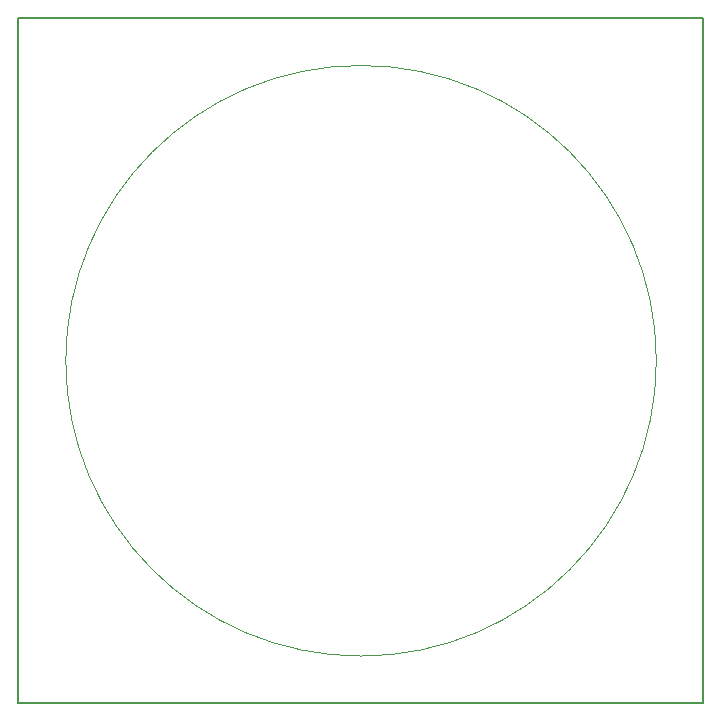
<source format=gbr>
%TF.GenerationSoftware,Altium Limited,Altium Designer,21.4.1 (30)*%
G04 Layer_Color=16711935*
%FSLAX42Y42*%
%MOMM*%
%TF.SameCoordinates,A5F8CCB8-1AD9-4863-A32E-EE0D6D21C85A*%
%TF.FilePolarity,Positive*%
%TF.FileFunction,Other,Mechanical_1*%
%TF.Part,Single*%
G01*
G75*
%TA.AperFunction,NonConductor*%
%ADD90C,0.10*%
%ADD91C,0.13*%
D90*
X2505Y-2D02*
G03*
X2505Y-2I-2500J0D01*
G01*
D91*
X-2900Y-2900D02*
X2900D01*
X-2900Y2900D02*
X2900D01*
Y-2900D02*
Y2900D01*
X-2900Y-2900D02*
Y2900D01*
%TF.MD5,76f58fc9a2e1269c0115b9c5393b44b4*%
M02*

</source>
